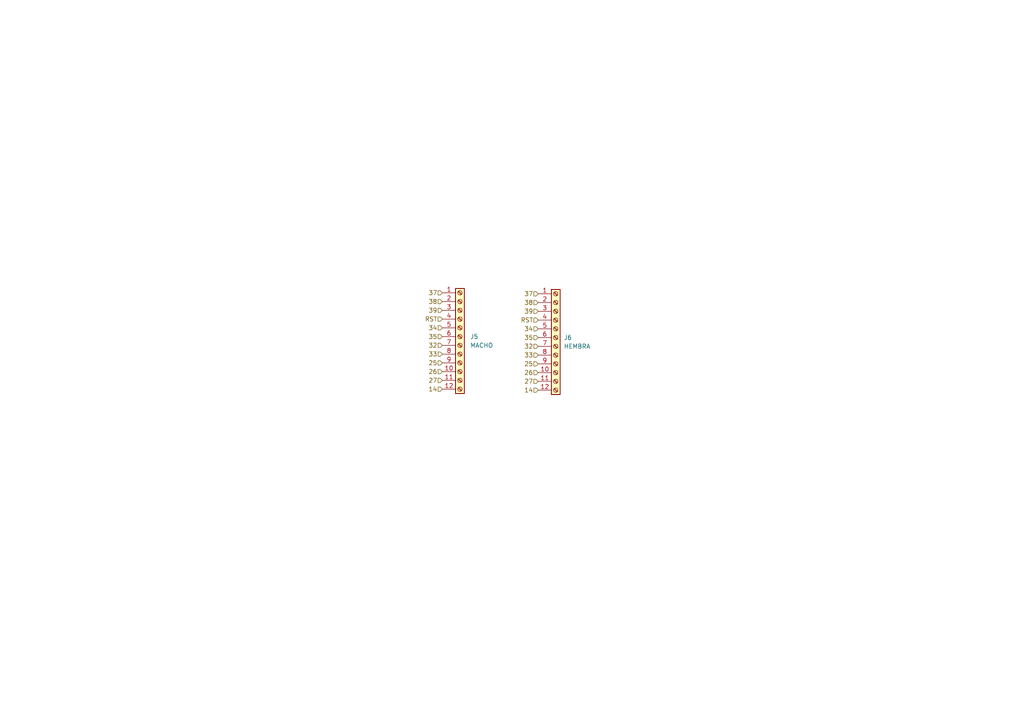
<source format=kicad_sch>
(kicad_sch (version 20230121) (generator eeschema)
  (paper "A4")
  (lib_symbols
    (symbol "Connector:Screw_Terminal_01x12" (pin_names (offset 1.016) hide)
      (property "Reference" "J" (at 0 15.24 0))
      (property "Value" "Screw_Terminal_01x12" (at 0 -17.78 0))
      (symbol "Screw_Terminal_01x12_1_1"
        (rectangle (start -1.27 13.97) (end 1.27 -16.51) (stroke (width 0.254)) (fill (type background)))
        (circle (center 0 -15.24) (radius 0.635) (stroke (width 0.1524)))
        (circle (center 0 -12.7) (radius 0.635) (stroke (width 0.1524)))
        (circle (center 0 -10.16) (radius 0.635) (stroke (width 0.1524)))
        (circle (center 0 -7.62) (radius 0.635) (stroke (width 0.1524)))
        (circle (center 0 -5.08) (radius 0.635) (stroke (width 0.1524)))
        (circle (center 0 -2.54) (radius 0.635) (stroke (width 0.1524)))
        (polyline (pts (xy -0.5334 -14.9098) (xy 0.3302 -15.748)) (stroke (width 0.1524)))
        (polyline (pts (xy -0.5334 -12.3698) (xy 0.3302 -13.208)) (stroke (width 0.1524)))
        (polyline (pts (xy -0.5334 -9.8298) (xy 0.3302 -10.668)) (stroke (width 0.1524)))
        (polyline (pts (xy -0.5334 -7.2898) (xy 0.3302 -8.128)) (stroke (width 0.1524)))
        (polyline (pts (xy -0.5334 -4.7498) (xy 0.3302 -5.588)) (stroke (width 0.1524)))
        (polyline (pts (xy -0.5334 -2.2098) (xy 0.3302 -3.048)) (stroke (width 0.1524)))
        (polyline (pts (xy -0.5334 0.3302) (xy 0.3302 -0.508)) (stroke (width 0.1524)))
        (polyline (pts (xy -0.5334 2.8702) (xy 0.3302 2.032)) (stroke (width 0.1524)))
        (polyline (pts (xy -0.5334 5.4102) (xy 0.3302 4.572)) (stroke (width 0.1524)))
        (polyline (pts (xy -0.5334 7.9502) (xy 0.3302 7.112)) (stroke (width 0.1524)))
        (polyline (pts (xy -0.5334 10.4902) (xy 0.3302 9.652)) (stroke (width 0.1524)))
        (polyline (pts (xy -0.5334 13.0302) (xy 0.3302 12.192)) (stroke (width 0.1524)))
        (polyline (pts (xy -0.3556 -14.732) (xy 0.508 -15.5702)) (stroke (width 0.1524)))
        (polyline (pts (xy -0.3556 -12.192) (xy 0.508 -13.0302)) (stroke (width 0.1524)))
        (polyline (pts (xy -0.3556 -9.652) (xy 0.508 -10.4902)) (stroke (width 0.1524)))
        (polyline (pts (xy -0.3556 -7.112) (xy 0.508 -7.9502)) (stroke (width 0.1524)))
        (polyline (pts (xy -0.3556 -4.572) (xy 0.508 -5.4102)) (stroke (width 0.1524)))
        (polyline (pts (xy -0.3556 -2.032) (xy 0.508 -2.8702)) (stroke (width 0.1524)))
        (polyline (pts (xy -0.3556 0.508) (xy 0.508 -0.3302)) (stroke (width 0.1524)))
        (polyline (pts (xy -0.3556 3.048) (xy 0.508 2.2098)) (stroke (width 0.1524)))
        (polyline (pts (xy -0.3556 5.588) (xy 0.508 4.7498)) (stroke (width 0.1524)))
        (polyline (pts (xy -0.3556 8.128) (xy 0.508 7.2898)) (stroke (width 0.1524)))
        (polyline (pts (xy -0.3556 10.668) (xy 0.508 9.8298)) (stroke (width 0.1524)))
        (polyline (pts (xy -0.3556 13.208) (xy 0.508 12.3698)) (stroke (width 0.1524)))
        (circle (center 0 0) (radius 0.635) (stroke (width 0.1524)))
        (circle (center 0 2.54) (radius 0.635) (stroke (width 0.1524)))
        (circle (center 0 5.08) (radius 0.635) (stroke (width 0.1524)))
        (circle (center 0 7.62) (radius 0.635) (stroke (width 0.1524)))
        (circle (center 0 10.16) (radius 0.635) (stroke (width 0.1524)))
        (circle (center 0 12.7) (radius 0.635) (stroke (width 0.1524)))
        (pin passive line (at -5.08 12.7 0) (length 3.81) (name "Pin_1") (number "1"))
        (pin passive line (at -5.08 -10.16 0) (length 3.81) (name "Pin_10") (number "10"))
        (pin passive line (at -5.08 -12.7 0) (length 3.81) (name "Pin_11") (number "11"))
        (pin passive line (at -5.08 -15.24 0) (length 3.81) (name "Pin_12") (number "12"))
        (pin passive line (at -5.08 10.16 0) (length 3.81) (name "Pin_2") (number "2"))
        (pin passive line (at -5.08 7.62 0) (length 3.81) (name "Pin_3") (number "3"))
        (pin passive line (at -5.08 5.08 0) (length 3.81) (name "Pin_4") (number "4"))
        (pin passive line (at -5.08 2.54 0) (length 3.81) (name "Pin_5") (number "5"))
        (pin passive line (at -5.08 0 0) (length 3.81) (name "Pin_6") (number "6"))
        (pin passive line (at -5.08 -2.54 0) (length 3.81) (name "Pin_7") (number "7"))
        (pin passive line (at -5.08 -5.08 0) (length 3.81) (name "Pin_8") (number "8"))
        (pin passive line (at -5.08 -7.62 0) (length 3.81) (name "Pin_9") (number "9"))
      )
    )
  )
  (hierarchical_label "14" (shape input) (at 156.1084 113.157 180))
  (hierarchical_label "25" (shape input) (at 128.3208 105.2576 180))
  (hierarchical_label "27" (shape input) (at 128.3208 110.3376 180))
  (hierarchical_label "25" (shape input) (at 156.1084 105.537 180))
  (hierarchical_label "33" (shape input) (at 156.1084 102.997 180))
  (hierarchical_label "32" (shape input) (at 128.3208 100.1776 180))
  (hierarchical_label "RST" (shape input) (at 156.1084 92.837 180))
  (hierarchical_label "34" (shape input) (at 156.1084 95.377 180))
  (hierarchical_label "38" (shape input) (at 128.3208 87.4776 180))
  (hierarchical_label "RST" (shape input) (at 128.3208 92.5576 180))
  (hierarchical_label "37" (shape input) (at 128.3208 84.9376 180))
  (hierarchical_label "37" (shape input) (at 156.1084 85.217 180))
  (hierarchical_label "33" (shape input) (at 128.3208 102.7176 180))
  (hierarchical_label "14" (shape input) (at 128.3208 112.8776 180))
  (hierarchical_label "34" (shape input) (at 128.3208 95.0976 180))
  (hierarchical_label "35" (shape input) (at 156.1084 97.917 180))
  (hierarchical_label "26" (shape input) (at 156.1084 108.077 180))
  (hierarchical_label "32" (shape input) (at 156.1084 100.457 180))
  (hierarchical_label "35" (shape input) (at 128.3208 97.6376 180))
  (hierarchical_label "26" (shape input) (at 128.3208 107.7976 180))
  (hierarchical_label "27" (shape input) (at 156.1084 110.617 180))
  (hierarchical_label "39" (shape input) (at 128.3208 90.0176 180))
  (hierarchical_label "39" (shape input) (at 156.1084 90.297 180))
  (hierarchical_label "38" (shape input) (at 156.1084 87.757 180))
  (symbol (lib_id "Connector:Screw_Terminal_01x12") (at 133.4008 97.6376 0) (unit 1)
    (property "Reference" "J5" (at 136.3472 97.6375 0) (effects (justify left)))
    (property "Value" "MACHO" (at 136.3472 100.1775 0) (effects (justify left)))
    (property "Footprint" "Connector_PinHeader_2.54mm:PinHeader_1x12_P2.54mm_Vertical" (effects hide))
  )
  (symbol (lib_id "Connector:Screw_Terminal_01x12") (at 161.1884 97.917 0) (unit 1)
    (property "Reference" "J6" (at 163.4998 97.9169 0) (effects (justify left)))
    (property "Value" "HEMBRA" (at 163.4998 100.4569 0) (effects (justify left)))
    (property "Footprint" "Connector_PinSocket_2.54mm:PinSocket_1x12_P2.54mm_Vertical" (effects hide))
  )
)
</source>
